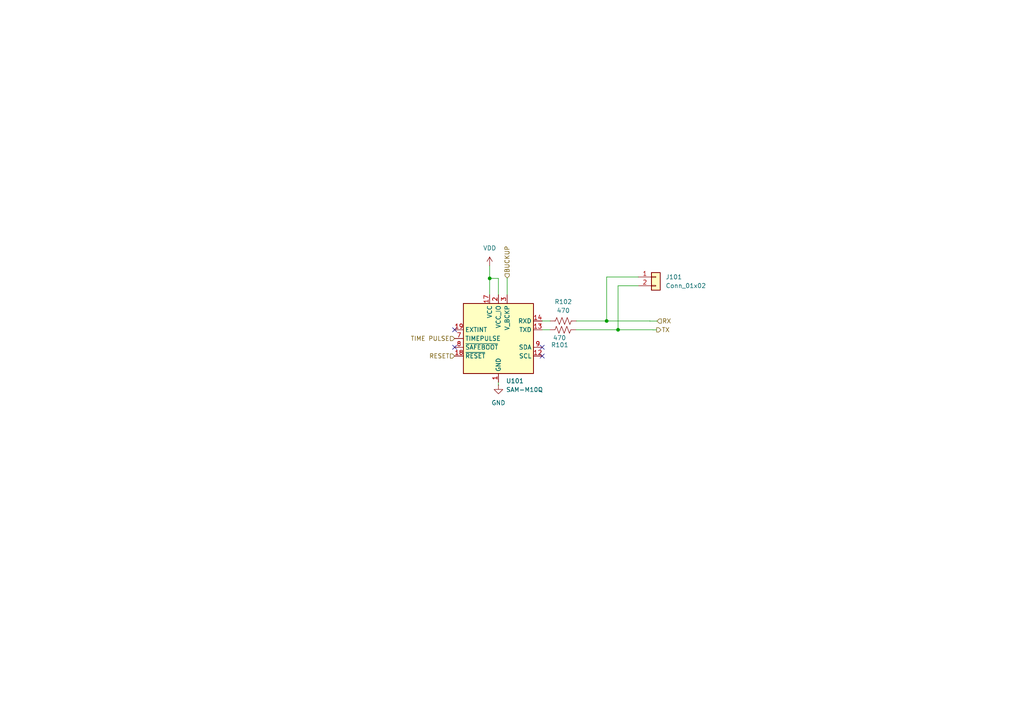
<source format=kicad_sch>
(kicad_sch (version 20231120) (generator "eeschema") (generator_version "8.0")
  (paper "A4")
  (lib_symbols
    (symbol "Connector_Generic:Conn_01x02" (pin_names (offset 1.016) hide)
      (property "Reference" "J" (at 0 2.54 0))
      (property "Value" "Conn_01x02" (at 0 -5.08 0))
      (symbol "Conn_01x02_1_1"
        (rectangle (start -1.27 -2.413) (end 0 -2.667) (stroke (width 0.1524)))
        (rectangle (start -1.27 0.127) (end 0 -0.127) (stroke (width 0.1524)))
        (rectangle (start -1.27 1.27) (end 1.27 -3.81) (stroke (width 0.254)) (fill (type background)))
        (pin passive line (at -5.08 0 0) (length 3.81) (name "Pin_1") (number "1"))
        (pin passive line (at -5.08 -2.54 0) (length 3.81) (name "Pin_2") (number "2"))
      )
    )
    (symbol "Device:R_US" (pin_numbers hide) (pin_names (offset 0))
      (property "Reference" "R" (at 2.54 0 90))
      (property "Value" "R_US" (at -2.54 0 90))
      (symbol "R_US_0_1"
        (polyline (pts (xy 0 -2.286) (xy 0 -2.54)))
        (polyline (pts (xy 0 2.286) (xy 0 2.54)))
        (polyline (pts (xy 0 -0.762) (xy 1.016 -1.143) (xy 0 -1.524) (xy -1.016 -1.905) (xy 0 -2.286)))
        (polyline (pts (xy 0 0.762) (xy 1.016 0.381) (xy 0 0) (xy -1.016 -0.381) (xy 0 -0.762)))
        (polyline (pts (xy 0 2.286) (xy 1.016 1.905) (xy 0 1.524) (xy -1.016 1.143) (xy 0 0.762)))
      )
      (symbol "R_US_1_1"
        (pin passive line (at 0 3.81 270) (length 1.27) (name "~") (number "1"))
        (pin passive line (at 0 -3.81 90) (length 1.27) (name "~") (number "2"))
      )
    )
    (symbol "RF_GPS:SAM-M8Q"
      (property "Reference" "U" (at -8.89 11.43 0))
      (property "Value" "SAM-M8Q" (at 8.89 11.43 0))
      (symbol "SAM-M8Q_0_1"
        (rectangle (start -10.16 10.16) (end 10.16 -10.16) (stroke (width 0.254)) (fill (type background)))
      )
      (symbol "SAM-M8Q_1_1"
        (pin power_in line (at 0 -12.7 90) (length 2.54) (name "GND") (number "1"))
        (pin passive line (at 0 -12.7 90) (length 2.54) hide (name "GND") (number "10"))
        (pin passive line (at 0 -12.7 90) (length 2.54) hide (name "GND") (number "11"))
        (pin input line (at 12.7 -5.08 180) (length 2.54) (name "SCL") (number "12"))
        (pin output line (at 12.7 2.54 180) (length 2.54) (name "TXD") (number "13"))
        (pin input line (at 12.7 5.08 180) (length 2.54) (name "RXD") (number "14"))
        (pin passive line (at 0 -12.7 90) (length 2.54) hide (name "GND") (number "15"))
        (pin passive line (at 0 -12.7 90) (length 2.54) hide (name "GND") (number "16"))
        (pin power_in line (at -2.54 12.7 270) (length 2.54) (name "VCC") (number "17"))
        (pin input line (at -12.7 -5.08 0) (length 2.54) (name "~{RESET}") (number "18"))
        (pin input line (at -12.7 2.54 0) (length 2.54) (name "EXTINT") (number "19"))
        (pin power_in line (at 0 12.7 270) (length 2.54) (name "VCC_IO") (number "2"))
        (pin passive line (at 0 -12.7 90) (length 2.54) hide (name "GND") (number "20"))
        (pin power_in line (at 2.54 12.7 270) (length 2.54) (name "V_BCKP") (number "3"))
        (pin passive line (at 0 -12.7 90) (length 2.54) hide (name "GND") (number "4"))
        (pin passive line (at 0 -12.7 90) (length 2.54) hide (name "GND") (number "5"))
        (pin passive line (at 0 -12.7 90) (length 2.54) hide (name "GND") (number "6"))
        (pin output line (at -12.7 0 0) (length 2.54) (name "TIMEPULSE") (number "7"))
        (pin input line (at -12.7 -2.54 0) (length 2.54) (name "~{SAFEBOOT}") (number "8"))
        (pin bidirectional line (at 12.7 -2.54 180) (length 2.54) (name "SDA") (number "9"))
      )
    )
    (symbol "power:GND" (power) (pin_numbers hide) (pin_names (offset 0) hide)
      (property "Value" "GND" (at 0 -3.81 0))
      (symbol "GND_0_1"
        (polyline (pts (xy 0 0) (xy 0 -1.27) (xy 1.27 -1.27) (xy 0 -2.54) (xy -1.27 -1.27) (xy 0 -1.27)))
      )
      (symbol "GND_1_1"
        (pin power_in line (at 0 0 270) (length 0) (name "~") (number "1"))
      )
    )
    (symbol "power:VDD" (power) (pin_numbers hide) (pin_names (offset 0) hide)
      (property "Value" "VDD" (at 0 3.556 0))
      (symbol "VDD_0_1"
        (polyline (pts (xy -0.762 1.27) (xy 0 2.54)))
        (polyline (pts (xy 0 0) (xy 0 2.54)))
        (polyline (pts (xy 0 2.54) (xy 0.762 1.27)))
      )
      (symbol "VDD_1_1"
        (pin power_in line (at 0 0 90) (length 0) (name "~") (number "1"))
      )
    )
  )
  (junction (at 179.2588 95.6502))
  (junction (at 175.9564 93.0966))
  (junction (at 142.0192 80.7467))
  (no_connect (at 157.2592 100.7248))
  (no_connect (at 131.8592 95.6448))
  (no_connect (at 131.8592 100.7248))
  (no_connect (at 157.2592 103.2648))
  (wire (pts (xy 190.4427 95.6777) (xy 189.389 95.6777)))
  (wire (pts (xy 179.2588 82.8841) (xy 179.2588 95.6502)))
  (wire (pts (xy 142.0192 80.7467) (xy 144.5592 80.7467)))
  (wire (pts (xy 188.5084 93.0966) (xy 175.9564 93.0966)))
  (wire (pts (xy 185.1331 80.3441) (xy 175.9564 80.3441)))
  (wire (pts (xy 175.9564 80.3441) (xy 175.9564 93.0966)))
  (wire (pts (xy 190.5621 93.1241) (xy 188.5084 93.1241)))
  (wire (pts (xy 144.5592 85.4848) (xy 144.5592 80.7467)))
  (wire (pts (xy 147.0992 85.4848) (xy 147.0992 80.651)))
  (wire (pts (xy 142.0192 80.7467) (xy 142.0192 85.4848)))
  (wire (pts (xy 189.389 95.6502) (xy 179.2588 95.6502)))
  (wire (pts (xy 188.5084 93.1241) (xy 188.5084 93.0966)))
  (wire (pts (xy 185.1331 82.8841) (xy 179.2588 82.8841)))
  (wire (pts (xy 142.0192 77.0903) (xy 142.0192 80.7467)))
  (wire (pts (xy 157.2592 93.0966) (xy 157.2592 93.1048)))
  (wire (pts (xy 189.389 95.6777) (xy 189.389 95.6502)))
  (wire (pts (xy 157.2592 95.6502) (xy 157.2592 95.6448)))
  (wire (pts (xy 144.5592 111.6864) (xy 144.5679 111.6864)))
  (wire (pts (xy 179.2588 95.6502) (xy 167.0667 95.6502)))
  (wire (pts (xy 144.5592 110.8848) (xy 144.5592 111.6864)))
  (wire (pts (xy 175.9564 93.0966) (xy 167.1861 93.0966)))
  (wire (pts (xy 159.4467 95.6502) (xy 157.2592 95.6502)))
  (wire (pts (xy 159.5661 93.0966) (xy 157.2592 93.0966)))
  (hierarchical_label "BUCKUP" (shape input) (at 147.0992 80.651 90))
  (hierarchical_label "TIME PULSE" (shape input) (at 131.8592 98.1848 180))
  (hierarchical_label "TX" (shape output) (at 190.4427 95.6777 0))
  (hierarchical_label "RESET" (shape input) (at 131.8592 103.2648 180))
  (hierarchical_label "RX" (shape input) (at 190.5621 93.1241 0))
  (symbol (lib_id "RF_GPS:SAM-M8Q") (at 144.5592 98.1848 0) (unit 1)
    (property "Reference" "U101" (at 146.7533 110.49 0) (effects (justify left)))
    (property "Value" "SAM-M10Q" (at 146.7533 113.03 0) (effects (justify left)))
    (property "Footprint" "RF_GPS:ublox_SAM-M8Q" (effects (hide yes)))
    (property "Datasheet" "https://www.u-blox.com/sites/default/files/SAM-M8Q_DataSheet_%28UBX-16012619%29.pdf" (effects (hide yes)))
    (property "Description" "GPS ublox M8 variant" (effects (hide yes)))
  )
  (symbol (lib_id "power:VDD") (at 142.0192 77.0903 0) (unit 1)
    (property "Reference" "#PWR0101" (effects (hide yes)))
    (property "Value" "VDD" (at 142.0192 71.9555 0))
    (property "Description" "Power symbol creates a global label with name \"VDD\"" (effects (hide yes)))
  )
  (symbol (lib_id "Device:R_US") (at 163.3761 93.0966 90) (unit 1)
    (property "Reference" "R102" (at 163.3761 87.5297 90))
    (property "Value" "470" (at 163.3761 90.0697 90))
    (property "Footprint" "Resistor_SMD:R_0402_1005Metric" (effects (hide yes)))
    (property "Description" "Resistor, US symbol" (effects (hide yes)))
  )
  (symbol (lib_id "Connector_Generic:Conn_01x02") (at 190.2131 80.3441 0) (unit 1)
    (property "Reference" "J101" (at 193.04 80.344 0) (effects (justify left)))
    (property "Value" "Conn_01x02" (at 193.04 82.884 0) (effects (justify left)))
    (property "Footprint" "Connector_PinHeader_1.00mm:PinHeader_1x02_P1.00mm_Vertical" (effects (hide yes)))
    (property "Description" "Generic connector, single row, 01x02, script generated (kicad-library-utils/schlib/autogen/connector/)" (effects (hide yes)))
  )
  (symbol (lib_id "power:GND") (at 144.5679 111.6864 0) (unit 1)
    (property "Reference" "#PWR0102" (effects (hide yes)))
    (property "Value" "GND" (at 144.5679 116.84 0))
    (property "Description" "Power symbol creates a global label with name \"GND\" , ground" (effects (hide yes)))
  )
  (symbol (lib_id "Device:R_US") (at 163.2567 95.6502 90) (unit 1)
    (property "Reference" "R101" (at 162.3553 100.0443 90))
    (property "Value" "470	" (at 162.8565 98.0038 90))
    (property "Footprint" "Resistor_SMD:R_0402_1005Metric" (effects (hide yes)))
    (property "Description" "Resistor, US symbol" (effects (hide yes)))
  )
)
</source>
